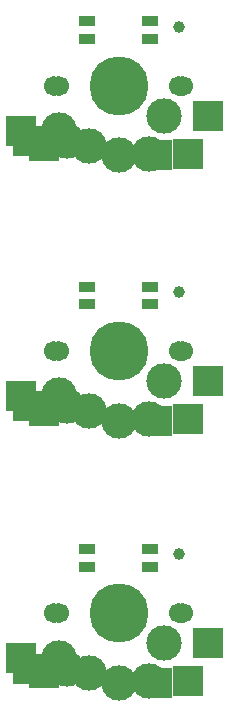
<source format=gbs>
G04 #@! TF.GenerationSoftware,KiCad,Pcbnew,(7.0.0)*
G04 #@! TF.CreationDate,2023-09-22T15:52:12-05:00*
G04 #@! TF.ProjectId,stab_tester,73746162-5f74-4657-9374-65722e6b6963,rev?*
G04 #@! TF.SameCoordinates,Original*
G04 #@! TF.FileFunction,Soldermask,Bot*
G04 #@! TF.FilePolarity,Negative*
%FSLAX46Y46*%
G04 Gerber Fmt 4.6, Leading zero omitted, Abs format (unit mm)*
G04 Created by KiCad (PCBNEW (7.0.0)) date 2023-09-22 15:52:12*
%MOMM*%
%LPD*%
G01*
G04 APERTURE LIST*
G04 Aperture macros list*
%AMRoundRect*
0 Rectangle with rounded corners*
0 $1 Rounding radius*
0 $2 $3 $4 $5 $6 $7 $8 $9 X,Y pos of 4 corners*
0 Add a 4 corners polygon primitive as box body*
4,1,4,$2,$3,$4,$5,$6,$7,$8,$9,$2,$3,0*
0 Add four circle primitives for the rounded corners*
1,1,$1+$1,$2,$3*
1,1,$1+$1,$4,$5*
1,1,$1+$1,$6,$7*
1,1,$1+$1,$8,$9*
0 Add four rect primitives between the rounded corners*
20,1,$1+$1,$2,$3,$4,$5,0*
20,1,$1+$1,$4,$5,$6,$7,0*
20,1,$1+$1,$6,$7,$8,$9,0*
20,1,$1+$1,$8,$9,$2,$3,0*%
G04 Aperture macros list end*
%ADD10C,1.000000*%
%ADD11C,1.701800*%
%ADD12C,3.000000*%
%ADD13C,5.000000*%
%ADD14C,0.990600*%
%ADD15R,2.600000X2.600000*%
%ADD16R,2.550000X2.500000*%
%ADD17RoundRect,0.082000X0.618000X-0.328000X0.618000X0.328000X-0.618000X0.328000X-0.618000X-0.328000X0*%
%ADD18C,3.400000*%
G04 APERTURE END LIST*
D10*
X119062500Y-80168750D03*
D11*
X113562500Y-80168750D03*
X113982500Y-80168750D03*
D12*
X114062500Y-83918750D03*
X114062500Y-83968750D03*
X114662500Y-84868750D03*
X116522500Y-85248750D03*
D13*
X119062500Y-80168750D03*
D12*
X119062500Y-86068750D03*
X121662500Y-85918750D03*
X122872500Y-82708750D03*
D11*
X124142500Y-80168750D03*
D14*
X124212500Y-75168750D03*
D11*
X124562500Y-80168750D03*
D15*
X110787499Y-83968749D03*
X111387499Y-84868749D03*
D16*
X112772499Y-85248749D03*
D15*
X122337499Y-86068749D03*
X124937499Y-85918749D03*
D16*
X126622499Y-82708749D03*
D17*
X121762500Y-76219751D03*
X121762500Y-74719751D03*
X116362500Y-74719751D03*
X116362500Y-76219751D03*
D11*
X113562500Y-102393750D03*
X113982500Y-102393750D03*
D12*
X114062500Y-106143750D03*
X114062500Y-106193750D03*
X114662500Y-107093750D03*
X116522500Y-107473750D03*
D13*
X119062500Y-102393750D03*
D12*
X119062500Y-108293750D03*
X121662500Y-108143750D03*
X122872500Y-104933750D03*
D11*
X124142500Y-102393750D03*
D14*
X124212500Y-97393750D03*
D11*
X124562500Y-102393750D03*
D15*
X110787499Y-106193749D03*
X111387499Y-107093749D03*
D16*
X112772499Y-107473749D03*
D15*
X122337499Y-108293749D03*
X124937499Y-108143749D03*
D16*
X126622499Y-104933749D03*
D17*
X121762500Y-98444751D03*
X121762500Y-96944751D03*
X116362500Y-96944751D03*
X116362500Y-98444751D03*
D18*
X119062500Y-57711234D03*
D11*
X113562500Y-57711234D03*
X113982500Y-57711234D03*
D12*
X114062500Y-61461234D03*
X114062500Y-61511234D03*
X114662500Y-62411234D03*
X116522500Y-62791234D03*
D13*
X119062500Y-57711234D03*
D12*
X119062500Y-63611234D03*
X121662500Y-63461234D03*
X122872500Y-60251234D03*
D11*
X124142500Y-57711234D03*
D14*
X124212500Y-52711234D03*
D11*
X124562500Y-57711234D03*
D15*
X110787499Y-61511233D03*
X111387499Y-62411233D03*
D16*
X112772499Y-62791233D03*
D15*
X122337499Y-63611233D03*
X124937499Y-63461233D03*
D16*
X126622499Y-60251233D03*
D17*
X121762500Y-53762235D03*
X121762500Y-52262235D03*
X116362500Y-52262235D03*
X116362500Y-53762235D03*
M02*

</source>
